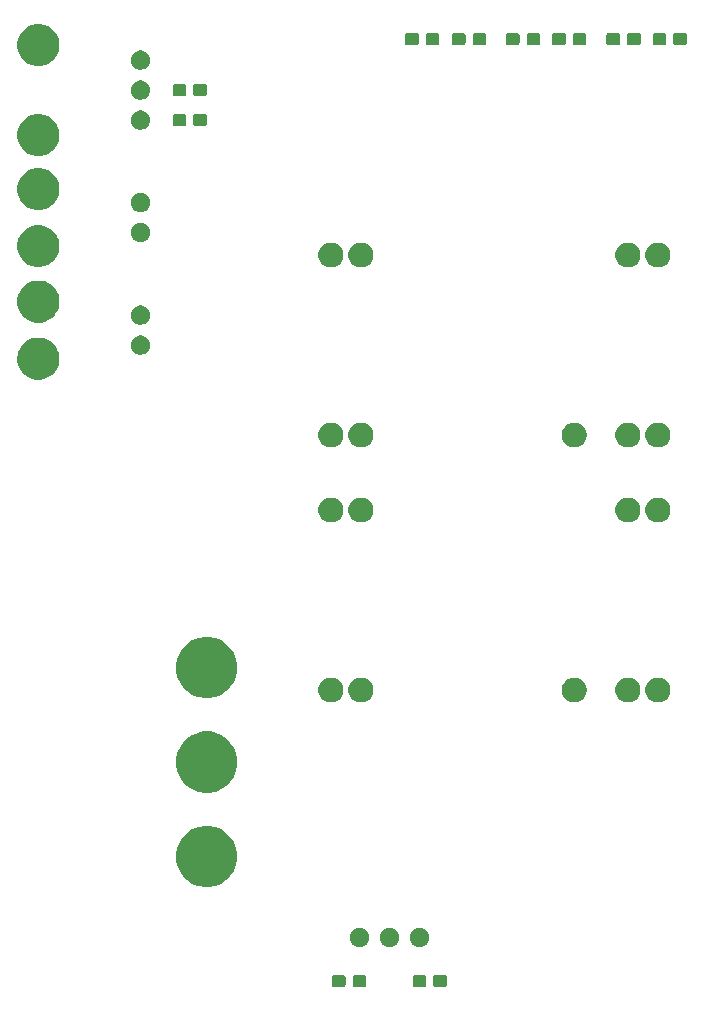
<source format=gbr>
G04 #@! TF.GenerationSoftware,KiCad,Pcbnew,(5.0.0)*
G04 #@! TF.CreationDate,2018-12-18T18:47:31-06:00*
G04 #@! TF.ProjectId,LightingBoard_Hardware,4C69676874696E67426F6172645F4861,rev?*
G04 #@! TF.SameCoordinates,Original*
G04 #@! TF.FileFunction,Soldermask,Top*
G04 #@! TF.FilePolarity,Negative*
%FSLAX46Y46*%
G04 Gerber Fmt 4.6, Leading zero omitted, Abs format (unit mm)*
G04 Created by KiCad (PCBNEW (5.0.0)) date 12/18/18 18:47:31*
%MOMM*%
%LPD*%
G01*
G04 APERTURE LIST*
%ADD10C,0.100000*%
G04 APERTURE END LIST*
D10*
G36*
X133637499Y-122795445D02*
X133674993Y-122806819D01*
X133709557Y-122825294D01*
X133739847Y-122850153D01*
X133764706Y-122880443D01*
X133783181Y-122915007D01*
X133794555Y-122952501D01*
X133799000Y-122997638D01*
X133799000Y-123636362D01*
X133794555Y-123681499D01*
X133783181Y-123718993D01*
X133764706Y-123753557D01*
X133739847Y-123783847D01*
X133709557Y-123808706D01*
X133674993Y-123827181D01*
X133637499Y-123838555D01*
X133592362Y-123843000D01*
X132853638Y-123843000D01*
X132808501Y-123838555D01*
X132771007Y-123827181D01*
X132736443Y-123808706D01*
X132706153Y-123783847D01*
X132681294Y-123753557D01*
X132662819Y-123718993D01*
X132651445Y-123681499D01*
X132647000Y-123636362D01*
X132647000Y-122997638D01*
X132651445Y-122952501D01*
X132662819Y-122915007D01*
X132681294Y-122880443D01*
X132706153Y-122850153D01*
X132736443Y-122825294D01*
X132771007Y-122806819D01*
X132808501Y-122795445D01*
X132853638Y-122791000D01*
X133592362Y-122791000D01*
X133637499Y-122795445D01*
X133637499Y-122795445D01*
G37*
G36*
X131887499Y-122795445D02*
X131924993Y-122806819D01*
X131959557Y-122825294D01*
X131989847Y-122850153D01*
X132014706Y-122880443D01*
X132033181Y-122915007D01*
X132044555Y-122952501D01*
X132049000Y-122997638D01*
X132049000Y-123636362D01*
X132044555Y-123681499D01*
X132033181Y-123718993D01*
X132014706Y-123753557D01*
X131989847Y-123783847D01*
X131959557Y-123808706D01*
X131924993Y-123827181D01*
X131887499Y-123838555D01*
X131842362Y-123843000D01*
X131103638Y-123843000D01*
X131058501Y-123838555D01*
X131021007Y-123827181D01*
X130986443Y-123808706D01*
X130956153Y-123783847D01*
X130931294Y-123753557D01*
X130912819Y-123718993D01*
X130901445Y-123681499D01*
X130897000Y-123636362D01*
X130897000Y-122997638D01*
X130901445Y-122952501D01*
X130912819Y-122915007D01*
X130931294Y-122880443D01*
X130956153Y-122850153D01*
X130986443Y-122825294D01*
X131021007Y-122806819D01*
X131058501Y-122795445D01*
X131103638Y-122791000D01*
X131842362Y-122791000D01*
X131887499Y-122795445D01*
X131887499Y-122795445D01*
G37*
G36*
X140467499Y-122795445D02*
X140504993Y-122806819D01*
X140539557Y-122825294D01*
X140569847Y-122850153D01*
X140594706Y-122880443D01*
X140613181Y-122915007D01*
X140624555Y-122952501D01*
X140629000Y-122997638D01*
X140629000Y-123636362D01*
X140624555Y-123681499D01*
X140613181Y-123718993D01*
X140594706Y-123753557D01*
X140569847Y-123783847D01*
X140539557Y-123808706D01*
X140504993Y-123827181D01*
X140467499Y-123838555D01*
X140422362Y-123843000D01*
X139683638Y-123843000D01*
X139638501Y-123838555D01*
X139601007Y-123827181D01*
X139566443Y-123808706D01*
X139536153Y-123783847D01*
X139511294Y-123753557D01*
X139492819Y-123718993D01*
X139481445Y-123681499D01*
X139477000Y-123636362D01*
X139477000Y-122997638D01*
X139481445Y-122952501D01*
X139492819Y-122915007D01*
X139511294Y-122880443D01*
X139536153Y-122850153D01*
X139566443Y-122825294D01*
X139601007Y-122806819D01*
X139638501Y-122795445D01*
X139683638Y-122791000D01*
X140422362Y-122791000D01*
X140467499Y-122795445D01*
X140467499Y-122795445D01*
G37*
G36*
X138717499Y-122795445D02*
X138754993Y-122806819D01*
X138789557Y-122825294D01*
X138819847Y-122850153D01*
X138844706Y-122880443D01*
X138863181Y-122915007D01*
X138874555Y-122952501D01*
X138879000Y-122997638D01*
X138879000Y-123636362D01*
X138874555Y-123681499D01*
X138863181Y-123718993D01*
X138844706Y-123753557D01*
X138819847Y-123783847D01*
X138789557Y-123808706D01*
X138754993Y-123827181D01*
X138717499Y-123838555D01*
X138672362Y-123843000D01*
X137933638Y-123843000D01*
X137888501Y-123838555D01*
X137851007Y-123827181D01*
X137816443Y-123808706D01*
X137786153Y-123783847D01*
X137761294Y-123753557D01*
X137742819Y-123718993D01*
X137731445Y-123681499D01*
X137727000Y-123636362D01*
X137727000Y-122997638D01*
X137731445Y-122952501D01*
X137742819Y-122915007D01*
X137761294Y-122880443D01*
X137786153Y-122850153D01*
X137816443Y-122825294D01*
X137851007Y-122806819D01*
X137888501Y-122795445D01*
X137933638Y-122791000D01*
X138672362Y-122791000D01*
X138717499Y-122795445D01*
X138717499Y-122795445D01*
G37*
G36*
X133460142Y-118852242D02*
X133608102Y-118913530D01*
X133741258Y-119002502D01*
X133854498Y-119115742D01*
X133943470Y-119248898D01*
X134004758Y-119396858D01*
X134036000Y-119553925D01*
X134036000Y-119714075D01*
X134004758Y-119871142D01*
X133943470Y-120019102D01*
X133854498Y-120152258D01*
X133741258Y-120265498D01*
X133608102Y-120354470D01*
X133460142Y-120415758D01*
X133303075Y-120447000D01*
X133142925Y-120447000D01*
X132985858Y-120415758D01*
X132837898Y-120354470D01*
X132704742Y-120265498D01*
X132591502Y-120152258D01*
X132502530Y-120019102D01*
X132441242Y-119871142D01*
X132410000Y-119714075D01*
X132410000Y-119553925D01*
X132441242Y-119396858D01*
X132502530Y-119248898D01*
X132591502Y-119115742D01*
X132704742Y-119002502D01*
X132837898Y-118913530D01*
X132985858Y-118852242D01*
X133142925Y-118821000D01*
X133303075Y-118821000D01*
X133460142Y-118852242D01*
X133460142Y-118852242D01*
G37*
G36*
X136000142Y-118852242D02*
X136148102Y-118913530D01*
X136281258Y-119002502D01*
X136394498Y-119115742D01*
X136483470Y-119248898D01*
X136544758Y-119396858D01*
X136576000Y-119553925D01*
X136576000Y-119714075D01*
X136544758Y-119871142D01*
X136483470Y-120019102D01*
X136394498Y-120152258D01*
X136281258Y-120265498D01*
X136148102Y-120354470D01*
X136000142Y-120415758D01*
X135843075Y-120447000D01*
X135682925Y-120447000D01*
X135525858Y-120415758D01*
X135377898Y-120354470D01*
X135244742Y-120265498D01*
X135131502Y-120152258D01*
X135042530Y-120019102D01*
X134981242Y-119871142D01*
X134950000Y-119714075D01*
X134950000Y-119553925D01*
X134981242Y-119396858D01*
X135042530Y-119248898D01*
X135131502Y-119115742D01*
X135244742Y-119002502D01*
X135377898Y-118913530D01*
X135525858Y-118852242D01*
X135682925Y-118821000D01*
X135843075Y-118821000D01*
X136000142Y-118852242D01*
X136000142Y-118852242D01*
G37*
G36*
X138540142Y-118852242D02*
X138688102Y-118913530D01*
X138821258Y-119002502D01*
X138934498Y-119115742D01*
X139023470Y-119248898D01*
X139084758Y-119396858D01*
X139116000Y-119553925D01*
X139116000Y-119714075D01*
X139084758Y-119871142D01*
X139023470Y-120019102D01*
X138934498Y-120152258D01*
X138821258Y-120265498D01*
X138688102Y-120354470D01*
X138540142Y-120415758D01*
X138383075Y-120447000D01*
X138222925Y-120447000D01*
X138065858Y-120415758D01*
X137917898Y-120354470D01*
X137784742Y-120265498D01*
X137671502Y-120152258D01*
X137582530Y-120019102D01*
X137521242Y-119871142D01*
X137490000Y-119714075D01*
X137490000Y-119553925D01*
X137521242Y-119396858D01*
X137582530Y-119248898D01*
X137671502Y-119115742D01*
X137784742Y-119002502D01*
X137917898Y-118913530D01*
X138065858Y-118852242D01*
X138222925Y-118821000D01*
X138383075Y-118821000D01*
X138540142Y-118852242D01*
X138540142Y-118852242D01*
G37*
G36*
X120883308Y-110250380D02*
X121050167Y-110283570D01*
X121521699Y-110478885D01*
X121943203Y-110760526D01*
X121946069Y-110762441D01*
X122306959Y-111123331D01*
X122306961Y-111123334D01*
X122590515Y-111547701D01*
X122785830Y-112019233D01*
X122885400Y-112519809D01*
X122885400Y-113030191D01*
X122785830Y-113530767D01*
X122590515Y-114002299D01*
X122308874Y-114423803D01*
X122306959Y-114426669D01*
X121946069Y-114787559D01*
X121946066Y-114787561D01*
X121521699Y-115071115D01*
X121050167Y-115266430D01*
X120883308Y-115299620D01*
X120549593Y-115366000D01*
X120039207Y-115366000D01*
X119705492Y-115299620D01*
X119538633Y-115266430D01*
X119067101Y-115071115D01*
X118642734Y-114787561D01*
X118642731Y-114787559D01*
X118281841Y-114426669D01*
X118279926Y-114423803D01*
X117998285Y-114002299D01*
X117802970Y-113530767D01*
X117703400Y-113030191D01*
X117703400Y-112519809D01*
X117802970Y-112019233D01*
X117998285Y-111547701D01*
X118281839Y-111123334D01*
X118281841Y-111123331D01*
X118642731Y-110762441D01*
X118645597Y-110760526D01*
X119067101Y-110478885D01*
X119538633Y-110283570D01*
X119705492Y-110250380D01*
X120039207Y-110184000D01*
X120549593Y-110184000D01*
X120883308Y-110250380D01*
X120883308Y-110250380D01*
G37*
G36*
X120883308Y-102251380D02*
X121050167Y-102284570D01*
X121521699Y-102479885D01*
X121943203Y-102761526D01*
X121946069Y-102763441D01*
X122306959Y-103124331D01*
X122306961Y-103124334D01*
X122590515Y-103548701D01*
X122785830Y-104020233D01*
X122885400Y-104520809D01*
X122885400Y-105031191D01*
X122785830Y-105531767D01*
X122590515Y-106003299D01*
X122308874Y-106424803D01*
X122306959Y-106427669D01*
X121946069Y-106788559D01*
X121946066Y-106788561D01*
X121521699Y-107072115D01*
X121050167Y-107267430D01*
X120883308Y-107300620D01*
X120549593Y-107367000D01*
X120039207Y-107367000D01*
X119705492Y-107300620D01*
X119538633Y-107267430D01*
X119067101Y-107072115D01*
X118642734Y-106788561D01*
X118642731Y-106788559D01*
X118281841Y-106427669D01*
X118279926Y-106424803D01*
X117998285Y-106003299D01*
X117802970Y-105531767D01*
X117703400Y-105031191D01*
X117703400Y-104520809D01*
X117802970Y-104020233D01*
X117998285Y-103548701D01*
X118281839Y-103124334D01*
X118281841Y-103124331D01*
X118642731Y-102763441D01*
X118645597Y-102761526D01*
X119067101Y-102479885D01*
X119538633Y-102284570D01*
X119705492Y-102251380D01*
X120039207Y-102185000D01*
X120549593Y-102185000D01*
X120883308Y-102251380D01*
X120883308Y-102251380D01*
G37*
G36*
X158802565Y-97668389D02*
X158993834Y-97747615D01*
X159165976Y-97862637D01*
X159312363Y-98009024D01*
X159427385Y-98181166D01*
X159506611Y-98372435D01*
X159547000Y-98575484D01*
X159547000Y-98782516D01*
X159506611Y-98985565D01*
X159427385Y-99176834D01*
X159312363Y-99348976D01*
X159165976Y-99495363D01*
X158993834Y-99610385D01*
X158802565Y-99689611D01*
X158599516Y-99730000D01*
X158392484Y-99730000D01*
X158189435Y-99689611D01*
X157998166Y-99610385D01*
X157826024Y-99495363D01*
X157679637Y-99348976D01*
X157564615Y-99176834D01*
X157485389Y-98985565D01*
X157445000Y-98782516D01*
X157445000Y-98575484D01*
X157485389Y-98372435D01*
X157564615Y-98181166D01*
X157679637Y-98009024D01*
X157826024Y-97862637D01*
X157998166Y-97747615D01*
X158189435Y-97668389D01*
X158392484Y-97628000D01*
X158599516Y-97628000D01*
X158802565Y-97668389D01*
X158802565Y-97668389D01*
G37*
G36*
X156262565Y-97668389D02*
X156453834Y-97747615D01*
X156625976Y-97862637D01*
X156772363Y-98009024D01*
X156887385Y-98181166D01*
X156966611Y-98372435D01*
X157007000Y-98575484D01*
X157007000Y-98782516D01*
X156966611Y-98985565D01*
X156887385Y-99176834D01*
X156772363Y-99348976D01*
X156625976Y-99495363D01*
X156453834Y-99610385D01*
X156262565Y-99689611D01*
X156059516Y-99730000D01*
X155852484Y-99730000D01*
X155649435Y-99689611D01*
X155458166Y-99610385D01*
X155286024Y-99495363D01*
X155139637Y-99348976D01*
X155024615Y-99176834D01*
X154945389Y-98985565D01*
X154905000Y-98782516D01*
X154905000Y-98575484D01*
X154945389Y-98372435D01*
X155024615Y-98181166D01*
X155139637Y-98009024D01*
X155286024Y-97862637D01*
X155458166Y-97747615D01*
X155649435Y-97668389D01*
X155852484Y-97628000D01*
X156059516Y-97628000D01*
X156262565Y-97668389D01*
X156262565Y-97668389D01*
G37*
G36*
X151722565Y-97668389D02*
X151913834Y-97747615D01*
X152085976Y-97862637D01*
X152232363Y-98009024D01*
X152347385Y-98181166D01*
X152426611Y-98372435D01*
X152467000Y-98575484D01*
X152467000Y-98782516D01*
X152426611Y-98985565D01*
X152347385Y-99176834D01*
X152232363Y-99348976D01*
X152085976Y-99495363D01*
X151913834Y-99610385D01*
X151722565Y-99689611D01*
X151519516Y-99730000D01*
X151312484Y-99730000D01*
X151109435Y-99689611D01*
X150918166Y-99610385D01*
X150746024Y-99495363D01*
X150599637Y-99348976D01*
X150484615Y-99176834D01*
X150405389Y-98985565D01*
X150365000Y-98782516D01*
X150365000Y-98575484D01*
X150405389Y-98372435D01*
X150484615Y-98181166D01*
X150599637Y-98009024D01*
X150746024Y-97862637D01*
X150918166Y-97747615D01*
X151109435Y-97668389D01*
X151312484Y-97628000D01*
X151519516Y-97628000D01*
X151722565Y-97668389D01*
X151722565Y-97668389D01*
G37*
G36*
X133656565Y-97668389D02*
X133847834Y-97747615D01*
X134019976Y-97862637D01*
X134166363Y-98009024D01*
X134281385Y-98181166D01*
X134360611Y-98372435D01*
X134401000Y-98575484D01*
X134401000Y-98782516D01*
X134360611Y-98985565D01*
X134281385Y-99176834D01*
X134166363Y-99348976D01*
X134019976Y-99495363D01*
X133847834Y-99610385D01*
X133656565Y-99689611D01*
X133453516Y-99730000D01*
X133246484Y-99730000D01*
X133043435Y-99689611D01*
X132852166Y-99610385D01*
X132680024Y-99495363D01*
X132533637Y-99348976D01*
X132418615Y-99176834D01*
X132339389Y-98985565D01*
X132299000Y-98782516D01*
X132299000Y-98575484D01*
X132339389Y-98372435D01*
X132418615Y-98181166D01*
X132533637Y-98009024D01*
X132680024Y-97862637D01*
X132852166Y-97747615D01*
X133043435Y-97668389D01*
X133246484Y-97628000D01*
X133453516Y-97628000D01*
X133656565Y-97668389D01*
X133656565Y-97668389D01*
G37*
G36*
X131116565Y-97668389D02*
X131307834Y-97747615D01*
X131479976Y-97862637D01*
X131626363Y-98009024D01*
X131741385Y-98181166D01*
X131820611Y-98372435D01*
X131861000Y-98575484D01*
X131861000Y-98782516D01*
X131820611Y-98985565D01*
X131741385Y-99176834D01*
X131626363Y-99348976D01*
X131479976Y-99495363D01*
X131307834Y-99610385D01*
X131116565Y-99689611D01*
X130913516Y-99730000D01*
X130706484Y-99730000D01*
X130503435Y-99689611D01*
X130312166Y-99610385D01*
X130140024Y-99495363D01*
X129993637Y-99348976D01*
X129878615Y-99176834D01*
X129799389Y-98985565D01*
X129759000Y-98782516D01*
X129759000Y-98575484D01*
X129799389Y-98372435D01*
X129878615Y-98181166D01*
X129993637Y-98009024D01*
X130140024Y-97862637D01*
X130312166Y-97747615D01*
X130503435Y-97668389D01*
X130706484Y-97628000D01*
X130913516Y-97628000D01*
X131116565Y-97668389D01*
X131116565Y-97668389D01*
G37*
G36*
X120883308Y-94250380D02*
X121050167Y-94283570D01*
X121521699Y-94478885D01*
X121943203Y-94760526D01*
X121946069Y-94762441D01*
X122306959Y-95123331D01*
X122306961Y-95123334D01*
X122590515Y-95547701D01*
X122785830Y-96019233D01*
X122885400Y-96519809D01*
X122885400Y-97030191D01*
X122785830Y-97530767D01*
X122590515Y-98002299D01*
X122586021Y-98009024D01*
X122306959Y-98426669D01*
X121946069Y-98787559D01*
X121946066Y-98787561D01*
X121521699Y-99071115D01*
X121050167Y-99266430D01*
X120883308Y-99299620D01*
X120549593Y-99366000D01*
X120039207Y-99366000D01*
X119705492Y-99299620D01*
X119538633Y-99266430D01*
X119067101Y-99071115D01*
X118642734Y-98787561D01*
X118642731Y-98787559D01*
X118281841Y-98426669D01*
X118002779Y-98009024D01*
X117998285Y-98002299D01*
X117802970Y-97530767D01*
X117703400Y-97030191D01*
X117703400Y-96519809D01*
X117802970Y-96019233D01*
X117998285Y-95547701D01*
X118281839Y-95123334D01*
X118281841Y-95123331D01*
X118642731Y-94762441D01*
X118645597Y-94760526D01*
X119067101Y-94478885D01*
X119538633Y-94283570D01*
X119705492Y-94250380D01*
X120039207Y-94184000D01*
X120549593Y-94184000D01*
X120883308Y-94250380D01*
X120883308Y-94250380D01*
G37*
G36*
X131116565Y-82428389D02*
X131307834Y-82507615D01*
X131479976Y-82622637D01*
X131626363Y-82769024D01*
X131741385Y-82941166D01*
X131820611Y-83132435D01*
X131861000Y-83335484D01*
X131861000Y-83542516D01*
X131820611Y-83745565D01*
X131741385Y-83936834D01*
X131626363Y-84108976D01*
X131479976Y-84255363D01*
X131307834Y-84370385D01*
X131116565Y-84449611D01*
X130913516Y-84490000D01*
X130706484Y-84490000D01*
X130503435Y-84449611D01*
X130312166Y-84370385D01*
X130140024Y-84255363D01*
X129993637Y-84108976D01*
X129878615Y-83936834D01*
X129799389Y-83745565D01*
X129759000Y-83542516D01*
X129759000Y-83335484D01*
X129799389Y-83132435D01*
X129878615Y-82941166D01*
X129993637Y-82769024D01*
X130140024Y-82622637D01*
X130312166Y-82507615D01*
X130503435Y-82428389D01*
X130706484Y-82388000D01*
X130913516Y-82388000D01*
X131116565Y-82428389D01*
X131116565Y-82428389D01*
G37*
G36*
X133656565Y-82428389D02*
X133847834Y-82507615D01*
X134019976Y-82622637D01*
X134166363Y-82769024D01*
X134281385Y-82941166D01*
X134360611Y-83132435D01*
X134401000Y-83335484D01*
X134401000Y-83542516D01*
X134360611Y-83745565D01*
X134281385Y-83936834D01*
X134166363Y-84108976D01*
X134019976Y-84255363D01*
X133847834Y-84370385D01*
X133656565Y-84449611D01*
X133453516Y-84490000D01*
X133246484Y-84490000D01*
X133043435Y-84449611D01*
X132852166Y-84370385D01*
X132680024Y-84255363D01*
X132533637Y-84108976D01*
X132418615Y-83936834D01*
X132339389Y-83745565D01*
X132299000Y-83542516D01*
X132299000Y-83335484D01*
X132339389Y-83132435D01*
X132418615Y-82941166D01*
X132533637Y-82769024D01*
X132680024Y-82622637D01*
X132852166Y-82507615D01*
X133043435Y-82428389D01*
X133246484Y-82388000D01*
X133453516Y-82388000D01*
X133656565Y-82428389D01*
X133656565Y-82428389D01*
G37*
G36*
X156262565Y-82428389D02*
X156453834Y-82507615D01*
X156625976Y-82622637D01*
X156772363Y-82769024D01*
X156887385Y-82941166D01*
X156966611Y-83132435D01*
X157007000Y-83335484D01*
X157007000Y-83542516D01*
X156966611Y-83745565D01*
X156887385Y-83936834D01*
X156772363Y-84108976D01*
X156625976Y-84255363D01*
X156453834Y-84370385D01*
X156262565Y-84449611D01*
X156059516Y-84490000D01*
X155852484Y-84490000D01*
X155649435Y-84449611D01*
X155458166Y-84370385D01*
X155286024Y-84255363D01*
X155139637Y-84108976D01*
X155024615Y-83936834D01*
X154945389Y-83745565D01*
X154905000Y-83542516D01*
X154905000Y-83335484D01*
X154945389Y-83132435D01*
X155024615Y-82941166D01*
X155139637Y-82769024D01*
X155286024Y-82622637D01*
X155458166Y-82507615D01*
X155649435Y-82428389D01*
X155852484Y-82388000D01*
X156059516Y-82388000D01*
X156262565Y-82428389D01*
X156262565Y-82428389D01*
G37*
G36*
X158802565Y-82428389D02*
X158993834Y-82507615D01*
X159165976Y-82622637D01*
X159312363Y-82769024D01*
X159427385Y-82941166D01*
X159506611Y-83132435D01*
X159547000Y-83335484D01*
X159547000Y-83542516D01*
X159506611Y-83745565D01*
X159427385Y-83936834D01*
X159312363Y-84108976D01*
X159165976Y-84255363D01*
X158993834Y-84370385D01*
X158802565Y-84449611D01*
X158599516Y-84490000D01*
X158392484Y-84490000D01*
X158189435Y-84449611D01*
X157998166Y-84370385D01*
X157826024Y-84255363D01*
X157679637Y-84108976D01*
X157564615Y-83936834D01*
X157485389Y-83745565D01*
X157445000Y-83542516D01*
X157445000Y-83335484D01*
X157485389Y-83132435D01*
X157564615Y-82941166D01*
X157679637Y-82769024D01*
X157826024Y-82622637D01*
X157998166Y-82507615D01*
X158189435Y-82428389D01*
X158392484Y-82388000D01*
X158599516Y-82388000D01*
X158802565Y-82428389D01*
X158802565Y-82428389D01*
G37*
G36*
X131116565Y-76078389D02*
X131307834Y-76157615D01*
X131479976Y-76272637D01*
X131626363Y-76419024D01*
X131741385Y-76591166D01*
X131820611Y-76782435D01*
X131861000Y-76985484D01*
X131861000Y-77192516D01*
X131820611Y-77395565D01*
X131741385Y-77586834D01*
X131626363Y-77758976D01*
X131479976Y-77905363D01*
X131307834Y-78020385D01*
X131116565Y-78099611D01*
X130913516Y-78140000D01*
X130706484Y-78140000D01*
X130503435Y-78099611D01*
X130312166Y-78020385D01*
X130140024Y-77905363D01*
X129993637Y-77758976D01*
X129878615Y-77586834D01*
X129799389Y-77395565D01*
X129759000Y-77192516D01*
X129759000Y-76985484D01*
X129799389Y-76782435D01*
X129878615Y-76591166D01*
X129993637Y-76419024D01*
X130140024Y-76272637D01*
X130312166Y-76157615D01*
X130503435Y-76078389D01*
X130706484Y-76038000D01*
X130913516Y-76038000D01*
X131116565Y-76078389D01*
X131116565Y-76078389D01*
G37*
G36*
X133656565Y-76078389D02*
X133847834Y-76157615D01*
X134019976Y-76272637D01*
X134166363Y-76419024D01*
X134281385Y-76591166D01*
X134360611Y-76782435D01*
X134401000Y-76985484D01*
X134401000Y-77192516D01*
X134360611Y-77395565D01*
X134281385Y-77586834D01*
X134166363Y-77758976D01*
X134019976Y-77905363D01*
X133847834Y-78020385D01*
X133656565Y-78099611D01*
X133453516Y-78140000D01*
X133246484Y-78140000D01*
X133043435Y-78099611D01*
X132852166Y-78020385D01*
X132680024Y-77905363D01*
X132533637Y-77758976D01*
X132418615Y-77586834D01*
X132339389Y-77395565D01*
X132299000Y-77192516D01*
X132299000Y-76985484D01*
X132339389Y-76782435D01*
X132418615Y-76591166D01*
X132533637Y-76419024D01*
X132680024Y-76272637D01*
X132852166Y-76157615D01*
X133043435Y-76078389D01*
X133246484Y-76038000D01*
X133453516Y-76038000D01*
X133656565Y-76078389D01*
X133656565Y-76078389D01*
G37*
G36*
X151722565Y-76078389D02*
X151913834Y-76157615D01*
X152085976Y-76272637D01*
X152232363Y-76419024D01*
X152347385Y-76591166D01*
X152426611Y-76782435D01*
X152467000Y-76985484D01*
X152467000Y-77192516D01*
X152426611Y-77395565D01*
X152347385Y-77586834D01*
X152232363Y-77758976D01*
X152085976Y-77905363D01*
X151913834Y-78020385D01*
X151722565Y-78099611D01*
X151519516Y-78140000D01*
X151312484Y-78140000D01*
X151109435Y-78099611D01*
X150918166Y-78020385D01*
X150746024Y-77905363D01*
X150599637Y-77758976D01*
X150484615Y-77586834D01*
X150405389Y-77395565D01*
X150365000Y-77192516D01*
X150365000Y-76985484D01*
X150405389Y-76782435D01*
X150484615Y-76591166D01*
X150599637Y-76419024D01*
X150746024Y-76272637D01*
X150918166Y-76157615D01*
X151109435Y-76078389D01*
X151312484Y-76038000D01*
X151519516Y-76038000D01*
X151722565Y-76078389D01*
X151722565Y-76078389D01*
G37*
G36*
X158802565Y-76078389D02*
X158993834Y-76157615D01*
X159165976Y-76272637D01*
X159312363Y-76419024D01*
X159427385Y-76591166D01*
X159506611Y-76782435D01*
X159547000Y-76985484D01*
X159547000Y-77192516D01*
X159506611Y-77395565D01*
X159427385Y-77586834D01*
X159312363Y-77758976D01*
X159165976Y-77905363D01*
X158993834Y-78020385D01*
X158802565Y-78099611D01*
X158599516Y-78140000D01*
X158392484Y-78140000D01*
X158189435Y-78099611D01*
X157998166Y-78020385D01*
X157826024Y-77905363D01*
X157679637Y-77758976D01*
X157564615Y-77586834D01*
X157485389Y-77395565D01*
X157445000Y-77192516D01*
X157445000Y-76985484D01*
X157485389Y-76782435D01*
X157564615Y-76591166D01*
X157679637Y-76419024D01*
X157826024Y-76272637D01*
X157998166Y-76157615D01*
X158189435Y-76078389D01*
X158392484Y-76038000D01*
X158599516Y-76038000D01*
X158802565Y-76078389D01*
X158802565Y-76078389D01*
G37*
G36*
X156262565Y-76078389D02*
X156453834Y-76157615D01*
X156625976Y-76272637D01*
X156772363Y-76419024D01*
X156887385Y-76591166D01*
X156966611Y-76782435D01*
X157007000Y-76985484D01*
X157007000Y-77192516D01*
X156966611Y-77395565D01*
X156887385Y-77586834D01*
X156772363Y-77758976D01*
X156625976Y-77905363D01*
X156453834Y-78020385D01*
X156262565Y-78099611D01*
X156059516Y-78140000D01*
X155852484Y-78140000D01*
X155649435Y-78099611D01*
X155458166Y-78020385D01*
X155286024Y-77905363D01*
X155139637Y-77758976D01*
X155024615Y-77586834D01*
X154945389Y-77395565D01*
X154905000Y-77192516D01*
X154905000Y-76985484D01*
X154945389Y-76782435D01*
X155024615Y-76591166D01*
X155139637Y-76419024D01*
X155286024Y-76272637D01*
X155458166Y-76157615D01*
X155649435Y-76078389D01*
X155852484Y-76038000D01*
X156059516Y-76038000D01*
X156262565Y-76078389D01*
X156262565Y-76078389D01*
G37*
G36*
X106559037Y-68906250D02*
X106559039Y-68906251D01*
X106559040Y-68906251D01*
X106882251Y-69040129D01*
X107169192Y-69231857D01*
X107173137Y-69234493D01*
X107420507Y-69481863D01*
X107420509Y-69481866D01*
X107614871Y-69772749D01*
X107648568Y-69854102D01*
X107748750Y-70095963D01*
X107785755Y-70282000D01*
X107817000Y-70439079D01*
X107817000Y-70788921D01*
X107748749Y-71132040D01*
X107614871Y-71455251D01*
X107614870Y-71455252D01*
X107420507Y-71746137D01*
X107173137Y-71993507D01*
X107173134Y-71993509D01*
X106882251Y-72187871D01*
X106559040Y-72321749D01*
X106559039Y-72321749D01*
X106559037Y-72321750D01*
X106215922Y-72390000D01*
X105866078Y-72390000D01*
X105522963Y-72321750D01*
X105522961Y-72321749D01*
X105522960Y-72321749D01*
X105199749Y-72187871D01*
X104908866Y-71993509D01*
X104908863Y-71993507D01*
X104661493Y-71746137D01*
X104467130Y-71455252D01*
X104467129Y-71455251D01*
X104333251Y-71132040D01*
X104265000Y-70788921D01*
X104265000Y-70439079D01*
X104296245Y-70282000D01*
X104333250Y-70095963D01*
X104433432Y-69854102D01*
X104467129Y-69772749D01*
X104661491Y-69481866D01*
X104661493Y-69481863D01*
X104908863Y-69234493D01*
X104912808Y-69231857D01*
X105199749Y-69040129D01*
X105522960Y-68906251D01*
X105522961Y-68906251D01*
X105522963Y-68906250D01*
X105866078Y-68838000D01*
X106215922Y-68838000D01*
X106559037Y-68906250D01*
X106559037Y-68906250D01*
G37*
G36*
X114918142Y-68687242D02*
X115066102Y-68748530D01*
X115199258Y-68837502D01*
X115312498Y-68950742D01*
X115401470Y-69083898D01*
X115462758Y-69231858D01*
X115494000Y-69388925D01*
X115494000Y-69549075D01*
X115462758Y-69706142D01*
X115401470Y-69854102D01*
X115312498Y-69987258D01*
X115199258Y-70100498D01*
X115066102Y-70189470D01*
X114918142Y-70250758D01*
X114761075Y-70282000D01*
X114600925Y-70282000D01*
X114443858Y-70250758D01*
X114295898Y-70189470D01*
X114162742Y-70100498D01*
X114049502Y-69987258D01*
X113960530Y-69854102D01*
X113899242Y-69706142D01*
X113868000Y-69549075D01*
X113868000Y-69388925D01*
X113899242Y-69231858D01*
X113960530Y-69083898D01*
X114049502Y-68950742D01*
X114162742Y-68837502D01*
X114295898Y-68748530D01*
X114443858Y-68687242D01*
X114600925Y-68656000D01*
X114761075Y-68656000D01*
X114918142Y-68687242D01*
X114918142Y-68687242D01*
G37*
G36*
X114918142Y-66147242D02*
X115066102Y-66208530D01*
X115199258Y-66297502D01*
X115312498Y-66410742D01*
X115401470Y-66543898D01*
X115462758Y-66691858D01*
X115494000Y-66848925D01*
X115494000Y-67009075D01*
X115462758Y-67166142D01*
X115415354Y-67280583D01*
X115401471Y-67314100D01*
X115312499Y-67447257D01*
X115199257Y-67560499D01*
X115133130Y-67604683D01*
X115066102Y-67649470D01*
X114918142Y-67710758D01*
X114761075Y-67742000D01*
X114600925Y-67742000D01*
X114443858Y-67710758D01*
X114295898Y-67649470D01*
X114228870Y-67604683D01*
X114162743Y-67560499D01*
X114049501Y-67447257D01*
X113960529Y-67314100D01*
X113946646Y-67280583D01*
X113899242Y-67166142D01*
X113868000Y-67009075D01*
X113868000Y-66848925D01*
X113899242Y-66691858D01*
X113960530Y-66543898D01*
X114049502Y-66410742D01*
X114162742Y-66297502D01*
X114295898Y-66208530D01*
X114443858Y-66147242D01*
X114600925Y-66116000D01*
X114761075Y-66116000D01*
X114918142Y-66147242D01*
X114918142Y-66147242D01*
G37*
G36*
X106563037Y-64078250D02*
X106563039Y-64078251D01*
X106563040Y-64078251D01*
X106886251Y-64212129D01*
X106886252Y-64212130D01*
X107177137Y-64406493D01*
X107424507Y-64653863D01*
X107424509Y-64653866D01*
X107618871Y-64944749D01*
X107752749Y-65267960D01*
X107752750Y-65267963D01*
X107821000Y-65611078D01*
X107821000Y-65960922D01*
X107754050Y-66297502D01*
X107752749Y-66304040D01*
X107618871Y-66627251D01*
X107575702Y-66691858D01*
X107424507Y-66918137D01*
X107177137Y-67165507D01*
X107177134Y-67165509D01*
X106886251Y-67359871D01*
X106563040Y-67493749D01*
X106563039Y-67493749D01*
X106563037Y-67493750D01*
X106219922Y-67562000D01*
X105870078Y-67562000D01*
X105526963Y-67493750D01*
X105526961Y-67493749D01*
X105526960Y-67493749D01*
X105203749Y-67359871D01*
X104912866Y-67165509D01*
X104912863Y-67165507D01*
X104665493Y-66918137D01*
X104514298Y-66691858D01*
X104471129Y-66627251D01*
X104337251Y-66304040D01*
X104335951Y-66297502D01*
X104269000Y-65960922D01*
X104269000Y-65611078D01*
X104337250Y-65267963D01*
X104337251Y-65267960D01*
X104471129Y-64944749D01*
X104665491Y-64653866D01*
X104665493Y-64653863D01*
X104912863Y-64406493D01*
X105203748Y-64212130D01*
X105203749Y-64212129D01*
X105526960Y-64078251D01*
X105526961Y-64078251D01*
X105526963Y-64078250D01*
X105870078Y-64010000D01*
X106219922Y-64010000D01*
X106563037Y-64078250D01*
X106563037Y-64078250D01*
G37*
G36*
X158802565Y-60838389D02*
X158993834Y-60917615D01*
X159165976Y-61032637D01*
X159312363Y-61179024D01*
X159427385Y-61351166D01*
X159506611Y-61542435D01*
X159547000Y-61745484D01*
X159547000Y-61952516D01*
X159506611Y-62155565D01*
X159427385Y-62346834D01*
X159312363Y-62518976D01*
X159165976Y-62665363D01*
X158993834Y-62780385D01*
X158802565Y-62859611D01*
X158599516Y-62900000D01*
X158392484Y-62900000D01*
X158189435Y-62859611D01*
X157998166Y-62780385D01*
X157826024Y-62665363D01*
X157679637Y-62518976D01*
X157564615Y-62346834D01*
X157485389Y-62155565D01*
X157445000Y-61952516D01*
X157445000Y-61745484D01*
X157485389Y-61542435D01*
X157564615Y-61351166D01*
X157679637Y-61179024D01*
X157826024Y-61032637D01*
X157998166Y-60917615D01*
X158189435Y-60838389D01*
X158392484Y-60798000D01*
X158599516Y-60798000D01*
X158802565Y-60838389D01*
X158802565Y-60838389D01*
G37*
G36*
X133656565Y-60838389D02*
X133847834Y-60917615D01*
X134019976Y-61032637D01*
X134166363Y-61179024D01*
X134281385Y-61351166D01*
X134360611Y-61542435D01*
X134401000Y-61745484D01*
X134401000Y-61952516D01*
X134360611Y-62155565D01*
X134281385Y-62346834D01*
X134166363Y-62518976D01*
X134019976Y-62665363D01*
X133847834Y-62780385D01*
X133656565Y-62859611D01*
X133453516Y-62900000D01*
X133246484Y-62900000D01*
X133043435Y-62859611D01*
X132852166Y-62780385D01*
X132680024Y-62665363D01*
X132533637Y-62518976D01*
X132418615Y-62346834D01*
X132339389Y-62155565D01*
X132299000Y-61952516D01*
X132299000Y-61745484D01*
X132339389Y-61542435D01*
X132418615Y-61351166D01*
X132533637Y-61179024D01*
X132680024Y-61032637D01*
X132852166Y-60917615D01*
X133043435Y-60838389D01*
X133246484Y-60798000D01*
X133453516Y-60798000D01*
X133656565Y-60838389D01*
X133656565Y-60838389D01*
G37*
G36*
X156262565Y-60838389D02*
X156453834Y-60917615D01*
X156625976Y-61032637D01*
X156772363Y-61179024D01*
X156887385Y-61351166D01*
X156966611Y-61542435D01*
X157007000Y-61745484D01*
X157007000Y-61952516D01*
X156966611Y-62155565D01*
X156887385Y-62346834D01*
X156772363Y-62518976D01*
X156625976Y-62665363D01*
X156453834Y-62780385D01*
X156262565Y-62859611D01*
X156059516Y-62900000D01*
X155852484Y-62900000D01*
X155649435Y-62859611D01*
X155458166Y-62780385D01*
X155286024Y-62665363D01*
X155139637Y-62518976D01*
X155024615Y-62346834D01*
X154945389Y-62155565D01*
X154905000Y-61952516D01*
X154905000Y-61745484D01*
X154945389Y-61542435D01*
X155024615Y-61351166D01*
X155139637Y-61179024D01*
X155286024Y-61032637D01*
X155458166Y-60917615D01*
X155649435Y-60838389D01*
X155852484Y-60798000D01*
X156059516Y-60798000D01*
X156262565Y-60838389D01*
X156262565Y-60838389D01*
G37*
G36*
X131116565Y-60838389D02*
X131307834Y-60917615D01*
X131479976Y-61032637D01*
X131626363Y-61179024D01*
X131741385Y-61351166D01*
X131820611Y-61542435D01*
X131861000Y-61745484D01*
X131861000Y-61952516D01*
X131820611Y-62155565D01*
X131741385Y-62346834D01*
X131626363Y-62518976D01*
X131479976Y-62665363D01*
X131307834Y-62780385D01*
X131116565Y-62859611D01*
X130913516Y-62900000D01*
X130706484Y-62900000D01*
X130503435Y-62859611D01*
X130312166Y-62780385D01*
X130140024Y-62665363D01*
X129993637Y-62518976D01*
X129878615Y-62346834D01*
X129799389Y-62155565D01*
X129759000Y-61952516D01*
X129759000Y-61745484D01*
X129799389Y-61542435D01*
X129878615Y-61351166D01*
X129993637Y-61179024D01*
X130140024Y-61032637D01*
X130312166Y-60917615D01*
X130503435Y-60838389D01*
X130706484Y-60798000D01*
X130913516Y-60798000D01*
X131116565Y-60838389D01*
X131116565Y-60838389D01*
G37*
G36*
X106559037Y-59381250D02*
X106559039Y-59381251D01*
X106559040Y-59381251D01*
X106882251Y-59515129D01*
X107169192Y-59706857D01*
X107173137Y-59709493D01*
X107420507Y-59956863D01*
X107420509Y-59956866D01*
X107614871Y-60247749D01*
X107648568Y-60329102D01*
X107748750Y-60570963D01*
X107817000Y-60914078D01*
X107817000Y-61263921D01*
X107748749Y-61607040D01*
X107614871Y-61930251D01*
X107614870Y-61930252D01*
X107420507Y-62221137D01*
X107173137Y-62468507D01*
X107173134Y-62468509D01*
X106882251Y-62662871D01*
X106559040Y-62796749D01*
X106559039Y-62796749D01*
X106559037Y-62796750D01*
X106215922Y-62865000D01*
X105866078Y-62865000D01*
X105522963Y-62796750D01*
X105522961Y-62796749D01*
X105522960Y-62796749D01*
X105199749Y-62662871D01*
X104908866Y-62468509D01*
X104908863Y-62468507D01*
X104661493Y-62221137D01*
X104467130Y-61930252D01*
X104467129Y-61930251D01*
X104333251Y-61607040D01*
X104265000Y-61263921D01*
X104265000Y-60914078D01*
X104333250Y-60570963D01*
X104433432Y-60329102D01*
X104467129Y-60247749D01*
X104661491Y-59956866D01*
X104661493Y-59956863D01*
X104908863Y-59709493D01*
X104912808Y-59706857D01*
X105199749Y-59515129D01*
X105522960Y-59381251D01*
X105522961Y-59381251D01*
X105522963Y-59381250D01*
X105866078Y-59313000D01*
X106215922Y-59313000D01*
X106559037Y-59381250D01*
X106559037Y-59381250D01*
G37*
G36*
X114918142Y-59162242D02*
X115066102Y-59223530D01*
X115199258Y-59312502D01*
X115312498Y-59425742D01*
X115401470Y-59558898D01*
X115462758Y-59706858D01*
X115494000Y-59863925D01*
X115494000Y-60024075D01*
X115462758Y-60181142D01*
X115401470Y-60329102D01*
X115312498Y-60462258D01*
X115199258Y-60575498D01*
X115066102Y-60664470D01*
X114918142Y-60725758D01*
X114761075Y-60757000D01*
X114600925Y-60757000D01*
X114443858Y-60725758D01*
X114295898Y-60664470D01*
X114162742Y-60575498D01*
X114049502Y-60462258D01*
X113960530Y-60329102D01*
X113899242Y-60181142D01*
X113868000Y-60024075D01*
X113868000Y-59863925D01*
X113899242Y-59706858D01*
X113960530Y-59558898D01*
X114049502Y-59425742D01*
X114162742Y-59312502D01*
X114295898Y-59223530D01*
X114443858Y-59162242D01*
X114600925Y-59131000D01*
X114761075Y-59131000D01*
X114918142Y-59162242D01*
X114918142Y-59162242D01*
G37*
G36*
X114918142Y-56622242D02*
X115066102Y-56683530D01*
X115199258Y-56772502D01*
X115312498Y-56885742D01*
X115401470Y-57018898D01*
X115462758Y-57166858D01*
X115494000Y-57323925D01*
X115494000Y-57484075D01*
X115462758Y-57641142D01*
X115415354Y-57755583D01*
X115401471Y-57789100D01*
X115312499Y-57922257D01*
X115199257Y-58035499D01*
X115133130Y-58079683D01*
X115066102Y-58124470D01*
X114918142Y-58185758D01*
X114761075Y-58217000D01*
X114600925Y-58217000D01*
X114443858Y-58185758D01*
X114295898Y-58124470D01*
X114228870Y-58079683D01*
X114162743Y-58035499D01*
X114049501Y-57922257D01*
X113960529Y-57789100D01*
X113946646Y-57755583D01*
X113899242Y-57641142D01*
X113868000Y-57484075D01*
X113868000Y-57323925D01*
X113899242Y-57166858D01*
X113960530Y-57018898D01*
X114049502Y-56885742D01*
X114162742Y-56772502D01*
X114295898Y-56683530D01*
X114443858Y-56622242D01*
X114600925Y-56591000D01*
X114761075Y-56591000D01*
X114918142Y-56622242D01*
X114918142Y-56622242D01*
G37*
G36*
X106563037Y-54553250D02*
X106563039Y-54553251D01*
X106563040Y-54553251D01*
X106886251Y-54687129D01*
X106886252Y-54687130D01*
X107177137Y-54881493D01*
X107424507Y-55128863D01*
X107424509Y-55128866D01*
X107618871Y-55419749D01*
X107752749Y-55742960D01*
X107752750Y-55742963D01*
X107821000Y-56086078D01*
X107821000Y-56435922D01*
X107754050Y-56772502D01*
X107752749Y-56779040D01*
X107618871Y-57102251D01*
X107575702Y-57166858D01*
X107424507Y-57393137D01*
X107177137Y-57640507D01*
X107177134Y-57640509D01*
X106886251Y-57834871D01*
X106563040Y-57968749D01*
X106563039Y-57968749D01*
X106563037Y-57968750D01*
X106219922Y-58037000D01*
X105870078Y-58037000D01*
X105526963Y-57968750D01*
X105526961Y-57968749D01*
X105526960Y-57968749D01*
X105203749Y-57834871D01*
X104912866Y-57640509D01*
X104912863Y-57640507D01*
X104665493Y-57393137D01*
X104514298Y-57166858D01*
X104471129Y-57102251D01*
X104337251Y-56779040D01*
X104335951Y-56772502D01*
X104269000Y-56435922D01*
X104269000Y-56086078D01*
X104337250Y-55742963D01*
X104337251Y-55742960D01*
X104471129Y-55419749D01*
X104665491Y-55128866D01*
X104665493Y-55128863D01*
X104912863Y-54881493D01*
X105203748Y-54687130D01*
X105203749Y-54687129D01*
X105526960Y-54553251D01*
X105526961Y-54553251D01*
X105526963Y-54553250D01*
X105870078Y-54485000D01*
X106219922Y-54485000D01*
X106563037Y-54553250D01*
X106563037Y-54553250D01*
G37*
G36*
X106563037Y-49981250D02*
X106563039Y-49981251D01*
X106563040Y-49981251D01*
X106886251Y-50115129D01*
X106986116Y-50181857D01*
X107177137Y-50309493D01*
X107424507Y-50556863D01*
X107424509Y-50556866D01*
X107618871Y-50847749D01*
X107739705Y-51139470D01*
X107752750Y-51170963D01*
X107764891Y-51232000D01*
X107821000Y-51514079D01*
X107821000Y-51863921D01*
X107752749Y-52207040D01*
X107618871Y-52530251D01*
X107618870Y-52530252D01*
X107424507Y-52821137D01*
X107177137Y-53068507D01*
X107177134Y-53068509D01*
X106886251Y-53262871D01*
X106563040Y-53396749D01*
X106563039Y-53396749D01*
X106563037Y-53396750D01*
X106219922Y-53465000D01*
X105870078Y-53465000D01*
X105526963Y-53396750D01*
X105526961Y-53396749D01*
X105526960Y-53396749D01*
X105203749Y-53262871D01*
X104912866Y-53068509D01*
X104912863Y-53068507D01*
X104665493Y-52821137D01*
X104471130Y-52530252D01*
X104471129Y-52530251D01*
X104337251Y-52207040D01*
X104269000Y-51863921D01*
X104269000Y-51514079D01*
X104325109Y-51232000D01*
X104337250Y-51170963D01*
X104350295Y-51139470D01*
X104471129Y-50847749D01*
X104665491Y-50556866D01*
X104665493Y-50556863D01*
X104912863Y-50309493D01*
X105103884Y-50181857D01*
X105203749Y-50115129D01*
X105526960Y-49981251D01*
X105526961Y-49981251D01*
X105526963Y-49981250D01*
X105870078Y-49913000D01*
X106219922Y-49913000D01*
X106563037Y-49981250D01*
X106563037Y-49981250D01*
G37*
G36*
X114918142Y-49637242D02*
X115066102Y-49698530D01*
X115133130Y-49743317D01*
X115199257Y-49787501D01*
X115312499Y-49900743D01*
X115336941Y-49937323D01*
X115401470Y-50033898D01*
X115462758Y-50181858D01*
X115494000Y-50338925D01*
X115494000Y-50499075D01*
X115462758Y-50656142D01*
X115452047Y-50682000D01*
X115401471Y-50804100D01*
X115330240Y-50910706D01*
X115312498Y-50937258D01*
X115199258Y-51050498D01*
X115066102Y-51139470D01*
X114918142Y-51200758D01*
X114761075Y-51232000D01*
X114600925Y-51232000D01*
X114443858Y-51200758D01*
X114295898Y-51139470D01*
X114162742Y-51050498D01*
X114049502Y-50937258D01*
X114031761Y-50910706D01*
X113960529Y-50804100D01*
X113909953Y-50682000D01*
X113899242Y-50656142D01*
X113868000Y-50499075D01*
X113868000Y-50338925D01*
X113899242Y-50181858D01*
X113960530Y-50033898D01*
X114025059Y-49937323D01*
X114049501Y-49900743D01*
X114162743Y-49787501D01*
X114228870Y-49743317D01*
X114295898Y-49698530D01*
X114443858Y-49637242D01*
X114600925Y-49606000D01*
X114761075Y-49606000D01*
X114918142Y-49637242D01*
X114918142Y-49637242D01*
G37*
G36*
X118397499Y-49897445D02*
X118434993Y-49908819D01*
X118469557Y-49927294D01*
X118499847Y-49952153D01*
X118524706Y-49982443D01*
X118543181Y-50017007D01*
X118554555Y-50054501D01*
X118559000Y-50099638D01*
X118559000Y-50738362D01*
X118554555Y-50783499D01*
X118543181Y-50820993D01*
X118524706Y-50855557D01*
X118499847Y-50885847D01*
X118469557Y-50910706D01*
X118434993Y-50929181D01*
X118397499Y-50940555D01*
X118352362Y-50945000D01*
X117613638Y-50945000D01*
X117568501Y-50940555D01*
X117531007Y-50929181D01*
X117496443Y-50910706D01*
X117466153Y-50885847D01*
X117441294Y-50855557D01*
X117422819Y-50820993D01*
X117411445Y-50783499D01*
X117407000Y-50738362D01*
X117407000Y-50099638D01*
X117411445Y-50054501D01*
X117422819Y-50017007D01*
X117441294Y-49982443D01*
X117466153Y-49952153D01*
X117496443Y-49927294D01*
X117531007Y-49908819D01*
X117568501Y-49897445D01*
X117613638Y-49893000D01*
X118352362Y-49893000D01*
X118397499Y-49897445D01*
X118397499Y-49897445D01*
G37*
G36*
X120147499Y-49897445D02*
X120184993Y-49908819D01*
X120219557Y-49927294D01*
X120249847Y-49952153D01*
X120274706Y-49982443D01*
X120293181Y-50017007D01*
X120304555Y-50054501D01*
X120309000Y-50099638D01*
X120309000Y-50738362D01*
X120304555Y-50783499D01*
X120293181Y-50820993D01*
X120274706Y-50855557D01*
X120249847Y-50885847D01*
X120219557Y-50910706D01*
X120184993Y-50929181D01*
X120147499Y-50940555D01*
X120102362Y-50945000D01*
X119363638Y-50945000D01*
X119318501Y-50940555D01*
X119281007Y-50929181D01*
X119246443Y-50910706D01*
X119216153Y-50885847D01*
X119191294Y-50855557D01*
X119172819Y-50820993D01*
X119161445Y-50783499D01*
X119157000Y-50738362D01*
X119157000Y-50099638D01*
X119161445Y-50054501D01*
X119172819Y-50017007D01*
X119191294Y-49982443D01*
X119216153Y-49952153D01*
X119246443Y-49927294D01*
X119281007Y-49908819D01*
X119318501Y-49897445D01*
X119363638Y-49893000D01*
X120102362Y-49893000D01*
X120147499Y-49897445D01*
X120147499Y-49897445D01*
G37*
G36*
X114918142Y-47097242D02*
X115066102Y-47158530D01*
X115133130Y-47203317D01*
X115199257Y-47247501D01*
X115312499Y-47360743D01*
X115336941Y-47397323D01*
X115401470Y-47493898D01*
X115462758Y-47641858D01*
X115494000Y-47798925D01*
X115494000Y-47959075D01*
X115462758Y-48116142D01*
X115452047Y-48142000D01*
X115401471Y-48264100D01*
X115330240Y-48370706D01*
X115312498Y-48397258D01*
X115199258Y-48510498D01*
X115066102Y-48599470D01*
X114918142Y-48660758D01*
X114761075Y-48692000D01*
X114600925Y-48692000D01*
X114443858Y-48660758D01*
X114295898Y-48599470D01*
X114162742Y-48510498D01*
X114049502Y-48397258D01*
X114031761Y-48370706D01*
X113960529Y-48264100D01*
X113909953Y-48142000D01*
X113899242Y-48116142D01*
X113868000Y-47959075D01*
X113868000Y-47798925D01*
X113899242Y-47641858D01*
X113960530Y-47493898D01*
X114025059Y-47397323D01*
X114049501Y-47360743D01*
X114162743Y-47247501D01*
X114228870Y-47203317D01*
X114295898Y-47158530D01*
X114443858Y-47097242D01*
X114600925Y-47066000D01*
X114761075Y-47066000D01*
X114918142Y-47097242D01*
X114918142Y-47097242D01*
G37*
G36*
X120147499Y-47357445D02*
X120184993Y-47368819D01*
X120219557Y-47387294D01*
X120249847Y-47412153D01*
X120274706Y-47442443D01*
X120293181Y-47477007D01*
X120304555Y-47514501D01*
X120309000Y-47559638D01*
X120309000Y-48198362D01*
X120304555Y-48243499D01*
X120293181Y-48280993D01*
X120274706Y-48315557D01*
X120249847Y-48345847D01*
X120219557Y-48370706D01*
X120184993Y-48389181D01*
X120147499Y-48400555D01*
X120102362Y-48405000D01*
X119363638Y-48405000D01*
X119318501Y-48400555D01*
X119281007Y-48389181D01*
X119246443Y-48370706D01*
X119216153Y-48345847D01*
X119191294Y-48315557D01*
X119172819Y-48280993D01*
X119161445Y-48243499D01*
X119157000Y-48198362D01*
X119157000Y-47559638D01*
X119161445Y-47514501D01*
X119172819Y-47477007D01*
X119191294Y-47442443D01*
X119216153Y-47412153D01*
X119246443Y-47387294D01*
X119281007Y-47368819D01*
X119318501Y-47357445D01*
X119363638Y-47353000D01*
X120102362Y-47353000D01*
X120147499Y-47357445D01*
X120147499Y-47357445D01*
G37*
G36*
X118397499Y-47357445D02*
X118434993Y-47368819D01*
X118469557Y-47387294D01*
X118499847Y-47412153D01*
X118524706Y-47442443D01*
X118543181Y-47477007D01*
X118554555Y-47514501D01*
X118559000Y-47559638D01*
X118559000Y-48198362D01*
X118554555Y-48243499D01*
X118543181Y-48280993D01*
X118524706Y-48315557D01*
X118499847Y-48345847D01*
X118469557Y-48370706D01*
X118434993Y-48389181D01*
X118397499Y-48400555D01*
X118352362Y-48405000D01*
X117613638Y-48405000D01*
X117568501Y-48400555D01*
X117531007Y-48389181D01*
X117496443Y-48370706D01*
X117466153Y-48345847D01*
X117441294Y-48315557D01*
X117422819Y-48280993D01*
X117411445Y-48243499D01*
X117407000Y-48198362D01*
X117407000Y-47559638D01*
X117411445Y-47514501D01*
X117422819Y-47477007D01*
X117441294Y-47442443D01*
X117466153Y-47412153D01*
X117496443Y-47387294D01*
X117531007Y-47368819D01*
X117568501Y-47357445D01*
X117613638Y-47353000D01*
X118352362Y-47353000D01*
X118397499Y-47357445D01*
X118397499Y-47357445D01*
G37*
G36*
X114918142Y-44557242D02*
X115066102Y-44618530D01*
X115199258Y-44707502D01*
X115312498Y-44820742D01*
X115401470Y-44953898D01*
X115462758Y-45101858D01*
X115494000Y-45258925D01*
X115494000Y-45419075D01*
X115462758Y-45576142D01*
X115401470Y-45724102D01*
X115312498Y-45857258D01*
X115199258Y-45970498D01*
X115066102Y-46059470D01*
X114918142Y-46120758D01*
X114761075Y-46152000D01*
X114600925Y-46152000D01*
X114443858Y-46120758D01*
X114295898Y-46059470D01*
X114162742Y-45970498D01*
X114049502Y-45857258D01*
X113960530Y-45724102D01*
X113899242Y-45576142D01*
X113868000Y-45419075D01*
X113868000Y-45258925D01*
X113899242Y-45101858D01*
X113960530Y-44953898D01*
X114049502Y-44820742D01*
X114162742Y-44707502D01*
X114295898Y-44618530D01*
X114443858Y-44557242D01*
X114600925Y-44526000D01*
X114761075Y-44526000D01*
X114918142Y-44557242D01*
X114918142Y-44557242D01*
G37*
G36*
X106563037Y-42361250D02*
X106563039Y-42361251D01*
X106563040Y-42361251D01*
X106886251Y-42495129D01*
X106886252Y-42495130D01*
X107177137Y-42689493D01*
X107424507Y-42936863D01*
X107424509Y-42936866D01*
X107618871Y-43227749D01*
X107752749Y-43550960D01*
X107752750Y-43550963D01*
X107821000Y-43894078D01*
X107821000Y-44243922D01*
X107758677Y-44557242D01*
X107752749Y-44587040D01*
X107618871Y-44910251D01*
X107490844Y-45101857D01*
X107424507Y-45201137D01*
X107177137Y-45448507D01*
X107177134Y-45448509D01*
X106886251Y-45642871D01*
X106563040Y-45776749D01*
X106563039Y-45776749D01*
X106563037Y-45776750D01*
X106219922Y-45845000D01*
X105870078Y-45845000D01*
X105526963Y-45776750D01*
X105526961Y-45776749D01*
X105526960Y-45776749D01*
X105203749Y-45642871D01*
X104912866Y-45448509D01*
X104912863Y-45448507D01*
X104665493Y-45201137D01*
X104599156Y-45101857D01*
X104471129Y-44910251D01*
X104337251Y-44587040D01*
X104331324Y-44557242D01*
X104269000Y-44243922D01*
X104269000Y-43894078D01*
X104337250Y-43550963D01*
X104337251Y-43550960D01*
X104471129Y-43227749D01*
X104665491Y-42936866D01*
X104665493Y-42936863D01*
X104912863Y-42689493D01*
X105203748Y-42495130D01*
X105203749Y-42495129D01*
X105526960Y-42361251D01*
X105526961Y-42361251D01*
X105526963Y-42361250D01*
X105870078Y-42293000D01*
X106219922Y-42293000D01*
X106563037Y-42361250D01*
X106563037Y-42361250D01*
G37*
G36*
X156878499Y-43039445D02*
X156915993Y-43050819D01*
X156950557Y-43069294D01*
X156980847Y-43094153D01*
X157005706Y-43124443D01*
X157024181Y-43159007D01*
X157035555Y-43196501D01*
X157040000Y-43241638D01*
X157040000Y-43880362D01*
X157035555Y-43925499D01*
X157024181Y-43962993D01*
X157005706Y-43997557D01*
X156980847Y-44027847D01*
X156950557Y-44052706D01*
X156915993Y-44071181D01*
X156878499Y-44082555D01*
X156833362Y-44087000D01*
X156094638Y-44087000D01*
X156049501Y-44082555D01*
X156012007Y-44071181D01*
X155977443Y-44052706D01*
X155947153Y-44027847D01*
X155922294Y-43997557D01*
X155903819Y-43962993D01*
X155892445Y-43925499D01*
X155888000Y-43880362D01*
X155888000Y-43241638D01*
X155892445Y-43196501D01*
X155903819Y-43159007D01*
X155922294Y-43124443D01*
X155947153Y-43094153D01*
X155977443Y-43069294D01*
X156012007Y-43050819D01*
X156049501Y-43039445D01*
X156094638Y-43035000D01*
X156833362Y-43035000D01*
X156878499Y-43039445D01*
X156878499Y-43039445D01*
G37*
G36*
X139832499Y-43039445D02*
X139869993Y-43050819D01*
X139904557Y-43069294D01*
X139934847Y-43094153D01*
X139959706Y-43124443D01*
X139978181Y-43159007D01*
X139989555Y-43196501D01*
X139994000Y-43241638D01*
X139994000Y-43880362D01*
X139989555Y-43925499D01*
X139978181Y-43962993D01*
X139959706Y-43997557D01*
X139934847Y-44027847D01*
X139904557Y-44052706D01*
X139869993Y-44071181D01*
X139832499Y-44082555D01*
X139787362Y-44087000D01*
X139048638Y-44087000D01*
X139003501Y-44082555D01*
X138966007Y-44071181D01*
X138931443Y-44052706D01*
X138901153Y-44027847D01*
X138876294Y-43997557D01*
X138857819Y-43962993D01*
X138846445Y-43925499D01*
X138842000Y-43880362D01*
X138842000Y-43241638D01*
X138846445Y-43196501D01*
X138857819Y-43159007D01*
X138876294Y-43124443D01*
X138901153Y-43094153D01*
X138931443Y-43069294D01*
X138966007Y-43050819D01*
X139003501Y-43039445D01*
X139048638Y-43035000D01*
X139787362Y-43035000D01*
X139832499Y-43039445D01*
X139832499Y-43039445D01*
G37*
G36*
X155128499Y-43039445D02*
X155165993Y-43050819D01*
X155200557Y-43069294D01*
X155230847Y-43094153D01*
X155255706Y-43124443D01*
X155274181Y-43159007D01*
X155285555Y-43196501D01*
X155290000Y-43241638D01*
X155290000Y-43880362D01*
X155285555Y-43925499D01*
X155274181Y-43962993D01*
X155255706Y-43997557D01*
X155230847Y-44027847D01*
X155200557Y-44052706D01*
X155165993Y-44071181D01*
X155128499Y-44082555D01*
X155083362Y-44087000D01*
X154344638Y-44087000D01*
X154299501Y-44082555D01*
X154262007Y-44071181D01*
X154227443Y-44052706D01*
X154197153Y-44027847D01*
X154172294Y-43997557D01*
X154153819Y-43962993D01*
X154142445Y-43925499D01*
X154138000Y-43880362D01*
X154138000Y-43241638D01*
X154142445Y-43196501D01*
X154153819Y-43159007D01*
X154172294Y-43124443D01*
X154197153Y-43094153D01*
X154227443Y-43069294D01*
X154262007Y-43050819D01*
X154299501Y-43039445D01*
X154344638Y-43035000D01*
X155083362Y-43035000D01*
X155128499Y-43039445D01*
X155128499Y-43039445D01*
G37*
G36*
X148369499Y-43039445D02*
X148406993Y-43050819D01*
X148441557Y-43069294D01*
X148471847Y-43094153D01*
X148496706Y-43124443D01*
X148515181Y-43159007D01*
X148526555Y-43196501D01*
X148531000Y-43241638D01*
X148531000Y-43880362D01*
X148526555Y-43925499D01*
X148515181Y-43962993D01*
X148496706Y-43997557D01*
X148471847Y-44027847D01*
X148441557Y-44052706D01*
X148406993Y-44071181D01*
X148369499Y-44082555D01*
X148324362Y-44087000D01*
X147585638Y-44087000D01*
X147540501Y-44082555D01*
X147503007Y-44071181D01*
X147468443Y-44052706D01*
X147438153Y-44027847D01*
X147413294Y-43997557D01*
X147394819Y-43962993D01*
X147383445Y-43925499D01*
X147379000Y-43880362D01*
X147379000Y-43241638D01*
X147383445Y-43196501D01*
X147394819Y-43159007D01*
X147413294Y-43124443D01*
X147438153Y-43094153D01*
X147468443Y-43069294D01*
X147503007Y-43050819D01*
X147540501Y-43039445D01*
X147585638Y-43035000D01*
X148324362Y-43035000D01*
X148369499Y-43039445D01*
X148369499Y-43039445D01*
G37*
G36*
X146619499Y-43039445D02*
X146656993Y-43050819D01*
X146691557Y-43069294D01*
X146721847Y-43094153D01*
X146746706Y-43124443D01*
X146765181Y-43159007D01*
X146776555Y-43196501D01*
X146781000Y-43241638D01*
X146781000Y-43880362D01*
X146776555Y-43925499D01*
X146765181Y-43962993D01*
X146746706Y-43997557D01*
X146721847Y-44027847D01*
X146691557Y-44052706D01*
X146656993Y-44071181D01*
X146619499Y-44082555D01*
X146574362Y-44087000D01*
X145835638Y-44087000D01*
X145790501Y-44082555D01*
X145753007Y-44071181D01*
X145718443Y-44052706D01*
X145688153Y-44027847D01*
X145663294Y-43997557D01*
X145644819Y-43962993D01*
X145633445Y-43925499D01*
X145629000Y-43880362D01*
X145629000Y-43241638D01*
X145633445Y-43196501D01*
X145644819Y-43159007D01*
X145663294Y-43124443D01*
X145688153Y-43094153D01*
X145718443Y-43069294D01*
X145753007Y-43050819D01*
X145790501Y-43039445D01*
X145835638Y-43035000D01*
X146574362Y-43035000D01*
X146619499Y-43039445D01*
X146619499Y-43039445D01*
G37*
G36*
X143797499Y-43039445D02*
X143834993Y-43050819D01*
X143869557Y-43069294D01*
X143899847Y-43094153D01*
X143924706Y-43124443D01*
X143943181Y-43159007D01*
X143954555Y-43196501D01*
X143959000Y-43241638D01*
X143959000Y-43880362D01*
X143954555Y-43925499D01*
X143943181Y-43962993D01*
X143924706Y-43997557D01*
X143899847Y-44027847D01*
X143869557Y-44052706D01*
X143834993Y-44071181D01*
X143797499Y-44082555D01*
X143752362Y-44087000D01*
X143013638Y-44087000D01*
X142968501Y-44082555D01*
X142931007Y-44071181D01*
X142896443Y-44052706D01*
X142866153Y-44027847D01*
X142841294Y-43997557D01*
X142822819Y-43962993D01*
X142811445Y-43925499D01*
X142807000Y-43880362D01*
X142807000Y-43241638D01*
X142811445Y-43196501D01*
X142822819Y-43159007D01*
X142841294Y-43124443D01*
X142866153Y-43094153D01*
X142896443Y-43069294D01*
X142931007Y-43050819D01*
X142968501Y-43039445D01*
X143013638Y-43035000D01*
X143752362Y-43035000D01*
X143797499Y-43039445D01*
X143797499Y-43039445D01*
G37*
G36*
X142047499Y-43039445D02*
X142084993Y-43050819D01*
X142119557Y-43069294D01*
X142149847Y-43094153D01*
X142174706Y-43124443D01*
X142193181Y-43159007D01*
X142204555Y-43196501D01*
X142209000Y-43241638D01*
X142209000Y-43880362D01*
X142204555Y-43925499D01*
X142193181Y-43962993D01*
X142174706Y-43997557D01*
X142149847Y-44027847D01*
X142119557Y-44052706D01*
X142084993Y-44071181D01*
X142047499Y-44082555D01*
X142002362Y-44087000D01*
X141263638Y-44087000D01*
X141218501Y-44082555D01*
X141181007Y-44071181D01*
X141146443Y-44052706D01*
X141116153Y-44027847D01*
X141091294Y-43997557D01*
X141072819Y-43962993D01*
X141061445Y-43925499D01*
X141057000Y-43880362D01*
X141057000Y-43241638D01*
X141061445Y-43196501D01*
X141072819Y-43159007D01*
X141091294Y-43124443D01*
X141116153Y-43094153D01*
X141146443Y-43069294D01*
X141181007Y-43050819D01*
X141218501Y-43039445D01*
X141263638Y-43035000D01*
X142002362Y-43035000D01*
X142047499Y-43039445D01*
X142047499Y-43039445D01*
G37*
G36*
X138082499Y-43039445D02*
X138119993Y-43050819D01*
X138154557Y-43069294D01*
X138184847Y-43094153D01*
X138209706Y-43124443D01*
X138228181Y-43159007D01*
X138239555Y-43196501D01*
X138244000Y-43241638D01*
X138244000Y-43880362D01*
X138239555Y-43925499D01*
X138228181Y-43962993D01*
X138209706Y-43997557D01*
X138184847Y-44027847D01*
X138154557Y-44052706D01*
X138119993Y-44071181D01*
X138082499Y-44082555D01*
X138037362Y-44087000D01*
X137298638Y-44087000D01*
X137253501Y-44082555D01*
X137216007Y-44071181D01*
X137181443Y-44052706D01*
X137151153Y-44027847D01*
X137126294Y-43997557D01*
X137107819Y-43962993D01*
X137096445Y-43925499D01*
X137092000Y-43880362D01*
X137092000Y-43241638D01*
X137096445Y-43196501D01*
X137107819Y-43159007D01*
X137126294Y-43124443D01*
X137151153Y-43094153D01*
X137181443Y-43069294D01*
X137216007Y-43050819D01*
X137253501Y-43039445D01*
X137298638Y-43035000D01*
X138037362Y-43035000D01*
X138082499Y-43039445D01*
X138082499Y-43039445D01*
G37*
G36*
X159037499Y-43039445D02*
X159074993Y-43050819D01*
X159109557Y-43069294D01*
X159139847Y-43094153D01*
X159164706Y-43124443D01*
X159183181Y-43159007D01*
X159194555Y-43196501D01*
X159199000Y-43241638D01*
X159199000Y-43880362D01*
X159194555Y-43925499D01*
X159183181Y-43962993D01*
X159164706Y-43997557D01*
X159139847Y-44027847D01*
X159109557Y-44052706D01*
X159074993Y-44071181D01*
X159037499Y-44082555D01*
X158992362Y-44087000D01*
X158253638Y-44087000D01*
X158208501Y-44082555D01*
X158171007Y-44071181D01*
X158136443Y-44052706D01*
X158106153Y-44027847D01*
X158081294Y-43997557D01*
X158062819Y-43962993D01*
X158051445Y-43925499D01*
X158047000Y-43880362D01*
X158047000Y-43241638D01*
X158051445Y-43196501D01*
X158062819Y-43159007D01*
X158081294Y-43124443D01*
X158106153Y-43094153D01*
X158136443Y-43069294D01*
X158171007Y-43050819D01*
X158208501Y-43039445D01*
X158253638Y-43035000D01*
X158992362Y-43035000D01*
X159037499Y-43039445D01*
X159037499Y-43039445D01*
G37*
G36*
X160787499Y-43039445D02*
X160824993Y-43050819D01*
X160859557Y-43069294D01*
X160889847Y-43094153D01*
X160914706Y-43124443D01*
X160933181Y-43159007D01*
X160944555Y-43196501D01*
X160949000Y-43241638D01*
X160949000Y-43880362D01*
X160944555Y-43925499D01*
X160933181Y-43962993D01*
X160914706Y-43997557D01*
X160889847Y-44027847D01*
X160859557Y-44052706D01*
X160824993Y-44071181D01*
X160787499Y-44082555D01*
X160742362Y-44087000D01*
X160003638Y-44087000D01*
X159958501Y-44082555D01*
X159921007Y-44071181D01*
X159886443Y-44052706D01*
X159856153Y-44027847D01*
X159831294Y-43997557D01*
X159812819Y-43962993D01*
X159801445Y-43925499D01*
X159797000Y-43880362D01*
X159797000Y-43241638D01*
X159801445Y-43196501D01*
X159812819Y-43159007D01*
X159831294Y-43124443D01*
X159856153Y-43094153D01*
X159886443Y-43069294D01*
X159921007Y-43050819D01*
X159958501Y-43039445D01*
X160003638Y-43035000D01*
X160742362Y-43035000D01*
X160787499Y-43039445D01*
X160787499Y-43039445D01*
G37*
G36*
X152278499Y-43039445D02*
X152315993Y-43050819D01*
X152350557Y-43069294D01*
X152380847Y-43094153D01*
X152405706Y-43124443D01*
X152424181Y-43159007D01*
X152435555Y-43196501D01*
X152440000Y-43241638D01*
X152440000Y-43880362D01*
X152435555Y-43925499D01*
X152424181Y-43962993D01*
X152405706Y-43997557D01*
X152380847Y-44027847D01*
X152350557Y-44052706D01*
X152315993Y-44071181D01*
X152278499Y-44082555D01*
X152233362Y-44087000D01*
X151494638Y-44087000D01*
X151449501Y-44082555D01*
X151412007Y-44071181D01*
X151377443Y-44052706D01*
X151347153Y-44027847D01*
X151322294Y-43997557D01*
X151303819Y-43962993D01*
X151292445Y-43925499D01*
X151288000Y-43880362D01*
X151288000Y-43241638D01*
X151292445Y-43196501D01*
X151303819Y-43159007D01*
X151322294Y-43124443D01*
X151347153Y-43094153D01*
X151377443Y-43069294D01*
X151412007Y-43050819D01*
X151449501Y-43039445D01*
X151494638Y-43035000D01*
X152233362Y-43035000D01*
X152278499Y-43039445D01*
X152278499Y-43039445D01*
G37*
G36*
X150528499Y-43039445D02*
X150565993Y-43050819D01*
X150600557Y-43069294D01*
X150630847Y-43094153D01*
X150655706Y-43124443D01*
X150674181Y-43159007D01*
X150685555Y-43196501D01*
X150690000Y-43241638D01*
X150690000Y-43880362D01*
X150685555Y-43925499D01*
X150674181Y-43962993D01*
X150655706Y-43997557D01*
X150630847Y-44027847D01*
X150600557Y-44052706D01*
X150565993Y-44071181D01*
X150528499Y-44082555D01*
X150483362Y-44087000D01*
X149744638Y-44087000D01*
X149699501Y-44082555D01*
X149662007Y-44071181D01*
X149627443Y-44052706D01*
X149597153Y-44027847D01*
X149572294Y-43997557D01*
X149553819Y-43962993D01*
X149542445Y-43925499D01*
X149538000Y-43880362D01*
X149538000Y-43241638D01*
X149542445Y-43196501D01*
X149553819Y-43159007D01*
X149572294Y-43124443D01*
X149597153Y-43094153D01*
X149627443Y-43069294D01*
X149662007Y-43050819D01*
X149699501Y-43039445D01*
X149744638Y-43035000D01*
X150483362Y-43035000D01*
X150528499Y-43039445D01*
X150528499Y-43039445D01*
G37*
M02*

</source>
